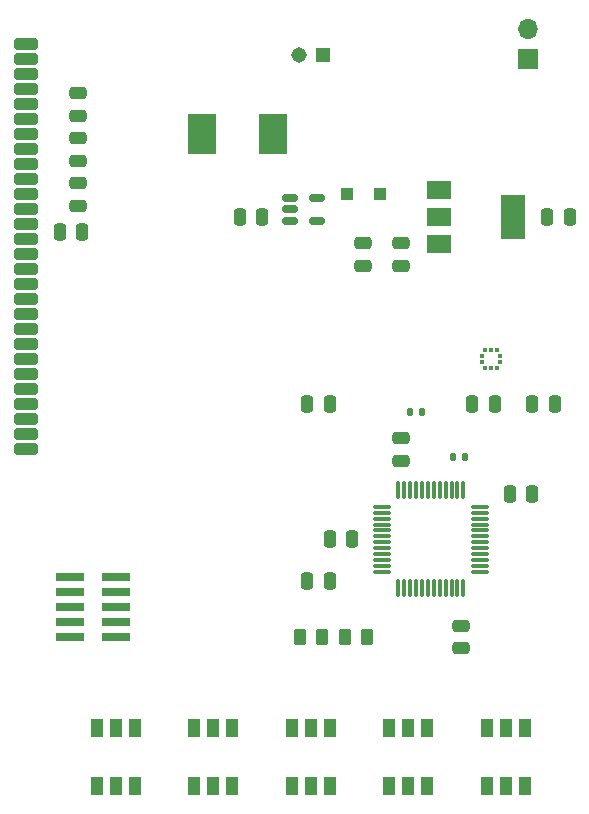
<source format=gts>
%TF.GenerationSoftware,KiCad,Pcbnew,(6.0.2)*%
%TF.CreationDate,2023-04-06T22:37:42-04:00*%
%TF.ProjectId,skydiving-altimeter,736b7964-6976-4696-9e67-2d616c74696d,rev?*%
%TF.SameCoordinates,Original*%
%TF.FileFunction,Soldermask,Top*%
%TF.FilePolarity,Negative*%
%FSLAX46Y46*%
G04 Gerber Fmt 4.6, Leading zero omitted, Abs format (unit mm)*
G04 Created by KiCad (PCBNEW (6.0.2)) date 2023-04-06 22:37:42*
%MOMM*%
%LPD*%
G01*
G04 APERTURE LIST*
G04 Aperture macros list*
%AMRoundRect*
0 Rectangle with rounded corners*
0 $1 Rounding radius*
0 $2 $3 $4 $5 $6 $7 $8 $9 X,Y pos of 4 corners*
0 Add a 4 corners polygon primitive as box body*
4,1,4,$2,$3,$4,$5,$6,$7,$8,$9,$2,$3,0*
0 Add four circle primitives for the rounded corners*
1,1,$1+$1,$2,$3*
1,1,$1+$1,$4,$5*
1,1,$1+$1,$6,$7*
1,1,$1+$1,$8,$9*
0 Add four rect primitives between the rounded corners*
20,1,$1+$1,$2,$3,$4,$5,0*
20,1,$1+$1,$4,$5,$6,$7,0*
20,1,$1+$1,$6,$7,$8,$9,0*
20,1,$1+$1,$8,$9,$2,$3,0*%
G04 Aperture macros list end*
%ADD10R,2.000000X1.500000*%
%ADD11R,2.000000X3.800000*%
%ADD12RoundRect,0.150000X-0.512500X-0.150000X0.512500X-0.150000X0.512500X0.150000X-0.512500X0.150000X0*%
%ADD13R,2.350000X3.500000*%
%ADD14R,1.700000X1.700000*%
%ADD15O,1.700000X1.700000*%
%ADD16C,1.308000*%
%ADD17R,1.308000X1.308000*%
%ADD18R,1.100000X1.100000*%
%ADD19RoundRect,0.250000X0.250000X0.475000X-0.250000X0.475000X-0.250000X-0.475000X0.250000X-0.475000X0*%
%ADD20RoundRect,0.250000X-0.475000X0.250000X-0.475000X-0.250000X0.475000X-0.250000X0.475000X0.250000X0*%
%ADD21R,1.000000X1.500000*%
%ADD22RoundRect,0.250000X-0.250000X-0.475000X0.250000X-0.475000X0.250000X0.475000X-0.250000X0.475000X0*%
%ADD23RoundRect,0.135000X-0.135000X-0.185000X0.135000X-0.185000X0.135000X0.185000X-0.135000X0.185000X0*%
%ADD24RoundRect,0.135000X0.135000X0.185000X-0.135000X0.185000X-0.135000X-0.185000X0.135000X-0.185000X0*%
%ADD25RoundRect,0.250000X0.475000X-0.250000X0.475000X0.250000X-0.475000X0.250000X-0.475000X-0.250000X0*%
%ADD26R,0.325000X0.300000*%
%ADD27R,0.300000X0.325000*%
%ADD28RoundRect,0.250000X-0.262500X-0.450000X0.262500X-0.450000X0.262500X0.450000X-0.262500X0.450000X0*%
%ADD29RoundRect,0.075000X-0.662500X-0.075000X0.662500X-0.075000X0.662500X0.075000X-0.662500X0.075000X0*%
%ADD30RoundRect,0.075000X-0.075000X-0.662500X0.075000X-0.662500X0.075000X0.662500X-0.075000X0.662500X0*%
%ADD31RoundRect,0.250000X0.750000X-0.250000X0.750000X0.250000X-0.750000X0.250000X-0.750000X-0.250000X0*%
%ADD32R,2.400000X0.740000*%
G04 APERTURE END LIST*
D10*
%TO.C,U5*%
X116865000Y-70090000D03*
X116865000Y-72390000D03*
X116865000Y-74690000D03*
D11*
X123165000Y-72390000D03*
%TD*%
D12*
%TO.C,U4*%
X104272500Y-70805000D03*
X104272500Y-71755000D03*
X104272500Y-72705000D03*
X106547500Y-72705000D03*
X106547500Y-70805000D03*
%TD*%
D13*
%TO.C,L1*%
X96820000Y-65405000D03*
X102870000Y-65405000D03*
%TD*%
D14*
%TO.C,J3*%
X124460000Y-59055000D03*
D15*
X124460000Y-56515000D03*
%TD*%
D16*
%TO.C,J2*%
X105045000Y-58727500D03*
D17*
X107045000Y-58727500D03*
%TD*%
D18*
%TO.C,D6*%
X111890000Y-70485000D03*
X109090000Y-70485000D03*
%TD*%
D19*
%TO.C,C16*%
X127950000Y-72390000D03*
X126050000Y-72390000D03*
%TD*%
D20*
%TO.C,C15*%
X113665000Y-74615000D03*
X113665000Y-76515000D03*
%TD*%
%TO.C,C14*%
X110490000Y-74615000D03*
X110490000Y-76515000D03*
%TD*%
D19*
%TO.C,C13*%
X101915000Y-72390000D03*
X100015000Y-72390000D03*
%TD*%
D21*
%TO.C,D1*%
X120955000Y-120560000D03*
X122555000Y-120560000D03*
X124155000Y-120560000D03*
X124155000Y-115660000D03*
X122555000Y-115660000D03*
X120955000Y-115660000D03*
%TD*%
D19*
%TO.C,C4*%
X124775000Y-95885000D03*
X122875000Y-95885000D03*
%TD*%
D22*
%TO.C,C1*%
X105730000Y-88265000D03*
X107630000Y-88265000D03*
%TD*%
D23*
%TO.C,R1*%
X118110000Y-92710000D03*
X119130000Y-92710000D03*
%TD*%
D24*
%TO.C,R2*%
X115445000Y-88900000D03*
X114425000Y-88900000D03*
%TD*%
D25*
%TO.C,C11*%
X86360000Y-67625000D03*
X86360000Y-65725000D03*
%TD*%
%TO.C,C10*%
X86360000Y-71435000D03*
X86360000Y-69535000D03*
%TD*%
%TO.C,C12*%
X86360000Y-63815000D03*
X86360000Y-61915000D03*
%TD*%
D19*
%TO.C,C2*%
X109535000Y-99695000D03*
X107635000Y-99695000D03*
%TD*%
D26*
%TO.C,U2*%
X120535000Y-84205000D03*
X120535000Y-84705000D03*
D27*
X120785000Y-85230000D03*
X121285000Y-85230000D03*
X121785000Y-85230000D03*
D26*
X122035000Y-84705000D03*
X122035000Y-84205000D03*
X121785000Y-83680000D03*
X121285000Y-83680000D03*
X120785000Y-83680000D03*
%TD*%
D21*
%TO.C,D4*%
X96190000Y-120560000D03*
X97790000Y-120560000D03*
X99390000Y-120560000D03*
X99390000Y-115660000D03*
X97790000Y-115660000D03*
X96190000Y-115660000D03*
%TD*%
D28*
%TO.C,R4*%
X108942500Y-107950000D03*
X110767500Y-107950000D03*
%TD*%
D21*
%TO.C,D5*%
X87935000Y-120560000D03*
X89535000Y-120560000D03*
X91135000Y-120560000D03*
X91135000Y-115660000D03*
X89535000Y-115660000D03*
X87935000Y-115660000D03*
%TD*%
D22*
%TO.C,C6*%
X105730000Y-103190000D03*
X107630000Y-103190000D03*
%TD*%
D21*
%TO.C,D2*%
X112700000Y-120560000D03*
X114300000Y-120560000D03*
X115900000Y-120560000D03*
X115900000Y-115660000D03*
X114300000Y-115660000D03*
X112700000Y-115660000D03*
%TD*%
D22*
%TO.C,C7*%
X119700000Y-88265000D03*
X121600000Y-88265000D03*
%TD*%
D20*
%TO.C,C5*%
X113665000Y-91125000D03*
X113665000Y-93025000D03*
%TD*%
D29*
%TO.C,U1*%
X112042500Y-96945000D03*
X112042500Y-97445000D03*
X112042500Y-97945000D03*
X112042500Y-98445000D03*
X112042500Y-98945000D03*
X112042500Y-99445000D03*
X112042500Y-99945000D03*
X112042500Y-100445000D03*
X112042500Y-100945000D03*
X112042500Y-101445000D03*
X112042500Y-101945000D03*
X112042500Y-102445000D03*
D30*
X113455000Y-103857500D03*
X113955000Y-103857500D03*
X114455000Y-103857500D03*
X114955000Y-103857500D03*
X115455000Y-103857500D03*
X115955000Y-103857500D03*
X116455000Y-103857500D03*
X116955000Y-103857500D03*
X117455000Y-103857500D03*
X117955000Y-103857500D03*
X118455000Y-103857500D03*
X118955000Y-103857500D03*
D29*
X120367500Y-102445000D03*
X120367500Y-101945000D03*
X120367500Y-101445000D03*
X120367500Y-100945000D03*
X120367500Y-100445000D03*
X120367500Y-99945000D03*
X120367500Y-99445000D03*
X120367500Y-98945000D03*
X120367500Y-98445000D03*
X120367500Y-97945000D03*
X120367500Y-97445000D03*
X120367500Y-96945000D03*
D30*
X118955000Y-95532500D03*
X118455000Y-95532500D03*
X117955000Y-95532500D03*
X117455000Y-95532500D03*
X116955000Y-95532500D03*
X116455000Y-95532500D03*
X115955000Y-95532500D03*
X115455000Y-95532500D03*
X114955000Y-95532500D03*
X114455000Y-95532500D03*
X113955000Y-95532500D03*
X113455000Y-95532500D03*
%TD*%
D31*
%TO.C,U3*%
X81915000Y-92075000D03*
X81915000Y-90805000D03*
X81915000Y-89535000D03*
X81915000Y-88265000D03*
X81915000Y-86995000D03*
X81915000Y-85725000D03*
X81915000Y-84455000D03*
X81915000Y-83185000D03*
X81915000Y-81915000D03*
X81915000Y-80645000D03*
X81915000Y-79375000D03*
X81915000Y-78105000D03*
X81915000Y-76835000D03*
X81915000Y-75565000D03*
X81915000Y-74295000D03*
X81915000Y-73025000D03*
X81915000Y-71755000D03*
X81915000Y-70485000D03*
X81915000Y-69215000D03*
X81915000Y-67945000D03*
X81915000Y-66675000D03*
X81915000Y-65405000D03*
X81915000Y-64135000D03*
X81915000Y-62865000D03*
X81915000Y-61595000D03*
X81915000Y-60325000D03*
X81915000Y-59055000D03*
X81915000Y-57785000D03*
%TD*%
D32*
%TO.C,J1*%
X85680000Y-102870000D03*
X89580000Y-102870000D03*
X85680000Y-104140000D03*
X89580000Y-104140000D03*
X85680000Y-105410000D03*
X89580000Y-105410000D03*
X85680000Y-106680000D03*
X89580000Y-106680000D03*
X85680000Y-107950000D03*
X89580000Y-107950000D03*
%TD*%
D28*
%TO.C,R3*%
X105132500Y-107950000D03*
X106957500Y-107950000D03*
%TD*%
D19*
%TO.C,C9*%
X86675000Y-73660000D03*
X84775000Y-73660000D03*
%TD*%
D25*
%TO.C,C3*%
X118745000Y-108900000D03*
X118745000Y-107000000D03*
%TD*%
D21*
%TO.C,D3*%
X104445000Y-120560000D03*
X106045000Y-120560000D03*
X107645000Y-120560000D03*
X107645000Y-115660000D03*
X106045000Y-115660000D03*
X104445000Y-115660000D03*
%TD*%
D22*
%TO.C,C8*%
X124780000Y-88265000D03*
X126680000Y-88265000D03*
%TD*%
M02*

</source>
